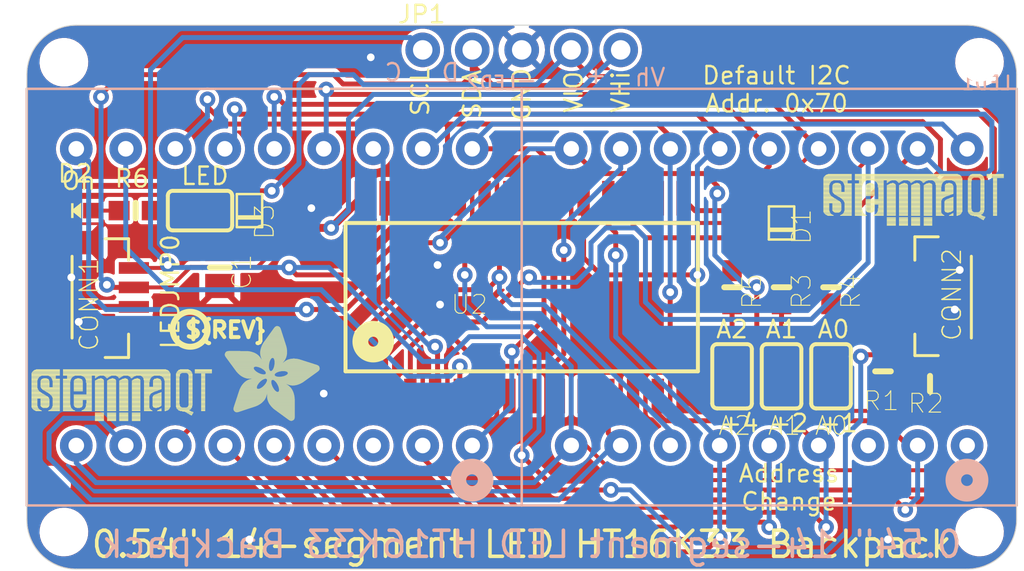
<source format=kicad_pcb>
(kicad_pcb (version 20221018) (generator pcbnew)
  (layers (0 "F.Cu" signal) (1 "In1.Cu" signal) (2 "In2.Cu" signal) (3 "In3.Cu" signal) (4 "In4.Cu" signal) (5 "In5.Cu" signal) (6 "In6.Cu" signal) (7 "In7.Cu" signal) (8 "In8.Cu" signal) (9 "In9.Cu" signal) (10 "In10.Cu" signal) (11 "In11.Cu" signal) (12 "In12.Cu" signal) (13 "In13.Cu" signal) (14 "In14.Cu" signal) (31 "B.Cu" signal) (34 "B.Paste" user) (35 "F.Paste" user) (36 "B.SilkS" user "B.Silkscreen") (37 "F.SilkS" user "F.Silkscreen") (38 "B.Mask" user) (39 "F.Mask" user) (44 "Edge.Cuts" user))
  (net 0 "")
  (net 1 "GND")
  (net 2 "N$19")
  (net 3 "N$20")
  (net 4 "A1")
  (net 5 "COM0")
  (net 6 "N$10")
  (net 7 "N$11")
  (net 8 "N$12")
  (net 9 "N$13")
  (net 10 "N$16")
  (net 11 "A0")
  (net 12 "A2")
  (net 13 "SDA")
  (net 14 "SCL")
  (net 15 "N$1")
  (net 16 "N$7")
  (net 17 "N$4")
  (net 18 "N$5")
  (net 19 "N$6")
  (net 20 "N$8")
  (net 21 "N$9")
  (net 22 "N$14")
  (net 23 "N$15")
  (net 24 "COM1")
  (net 25 "COM2")
  (net 26 "COM3")
  (net 27 "VDDIO")
  (net 28 "N$3")
  (net 29 "N$17")
  (net 30 "V+")
  (footprint "working:STEMMAQT" (layer "F.Cu") (at 123.3551 111.3536)
    (fp_text reference "U$6" hide)
    (fp_text value "" hide)
  )
  (footprint "working:JST_SH4_RA" (layer "F.Cu") (at 126.9111 105.0036 -90)
    (fp_text reference "CONN1")
    (fp_text value "STEMMA_I2C_QTRA" hide)
  )
  (footprint "working:0603-NO" (layer "F.Cu") (at 164.3761 104.4956 -90)
    (fp_text reference "R4")
    (fp_text value "47K")
  )
  (footprint "working:SOD-323F" (layer "F.Cu") (at 161.8361 101.1936 -90)
    (fp_text reference "D1")
    (fp_text value "CUS530")
  )
  (footprint "working:0603-NO" (layer "F.Cu") (at 169.4561 109.4486 180)
    (fp_text reference "R2")
    (fp_text value "10K")
  )
  (footprint "working:SOLDERJUMPER_REFLOW_NOPASTE" (layer "F.Cu") (at 159.2961 109.0676 -90)
    (fp_text reference "A2")
    (fp_text value "" hide)
  )
  (footprint "working:0603-NO" (layer "F.Cu") (at 159.2961 104.4956 -90)
    (fp_text reference "R5")
    (fp_text value "47K")
  )
  (footprint "working:CHIPLED_0603_NOOUTLINE" (layer "F.Cu") (at 125.6411 100.5586 90)
    (fp_text reference "D2")
    (fp_text value "GREEN")
  )
  (footprint "" (layer "F.Cu") (at 125.0061 117.0686)
    (fp_text reference "@HOLE0" hide)
    (fp_text value "")
  )
  (footprint "" (layer "F.Cu") (at 171.9961 117.0686)
    (fp_text reference "@HOLE1" hide)
    (fp_text value "")
  )
  (footprint "working:ADAFRUIT_5MM" (layer "F.Cu") (at 133.2611 111.3536)
    (fp_text reference "U$3" hide)
    (fp_text value "" hide)
  )
  (footprint "working:JST_SH4_RA" (layer "F.Cu") (at 170.0911 105.0036 90)
    (fp_text reference "CONN2")
    (fp_text value "STEMMA_I2C_QTRA" hide)
  )
  (footprint "working:FIDUCIAL_1MM" (layer "F.Cu") (at 167.5511 94.2086)
    (fp_text reference "U$1" hide)
    (fp_text value "FIDUCIAL" hide)
  )
  (footprint "working:FIDUCIAL_1MM" (layer "F.Cu") (at 124.3711 114.6556)
    (fp_text reference "U$2" hide)
    (fp_text value "FIDUCIAL" hide)
  )
  (footprint "working:STEMMAQT" (layer "F.Cu") (at 163.9951 101.3206)
    (fp_text reference "U$7" hide)
    (fp_text value "" hide)
  )
  (footprint "working:SOLDERJUMPER_CLOSEDWIRE" (layer "F.Cu") (at 131.9911 100.5586 180)
    (fp_text reference "LEDJMP0")
    (fp_text value "")
  )
  (footprint "working:SOLDERJUMPER_REFLOW_NOPASTE" (layer "F.Cu") (at 161.8361 109.0676 -90)
    (fp_text reference "A1")
    (fp_text value "" hide)
  )
  (footprint "working:PCBFEAT-REV-040" (layer "F.Cu") (at 131.4831 106.6546)
    (fp_text reference "U$8" hide)
    (fp_text value "" hide)
  )
  (footprint "working:SOLDERJUMPER_REFLOW_NOPASTE" (layer "F.Cu") (at 164.3761 109.0676 -90)
    (fp_text reference "A0")
    (fp_text value "" hide)
  )
  (footprint "working:0603-NO" (layer "F.Cu") (at 161.8361 104.4956 -90)
    (fp_text reference "R3")
    (fp_text value "47K")
  )
  (footprint "" (layer "F.Cu") (at 171.9961 92.9386)
    (fp_text reference "@HOLE3" hide)
    (fp_text value "")
  )
  (footprint "" (layer "F.Cu") (at 125.0061 92.9386)
    (fp_text reference "@HOLE2" hide)
    (fp_text value "")
  )
  (footprint "working:1X05_ROUND_70" (layer "F.Cu") (at 148.5011 92.3036)
    (fp_text reference "JP1")
    (fp_text value "")
  )
  (footprint "working:SOD-323F" (layer "F.Cu") (at 134.5311 100.5586 -90)
    (fp_text reference "D3")
    (fp_text value "CUS530")
  )
  (footprint "working:0603-NO" (layer "F.Cu") (at 167.0431 108.8136 90)
    (fp_text reference "R1")
    (fp_text value "10K")
  )
  (footprint "working:0805-NO" (layer "F.Cu") (at 133.0071 103.4796 -90)
    (fp_text reference "C1")
    (fp_text value "10uF")
  )
  (footprint "working:SOP28_300MIL_SKINNY" (layer "F.Cu") (at 148.5011 105.0036)
    (fp_text reference "U2")
    (fp_text value "HT16K33")
  )
  (footprint "working:0603-NO" (layer "F.Cu") (at 128.6891 100.5586 180)
    (fp_text reference "R6")
    (fp_text value "47K")
  )
  (footprint "working:SEGMENT_STARTBUST_DUAL_KWA-541CBB" (layer "B.Cu") (at 161.2011 105.0036 180)
    (fp_text reference "LED1")
    (fp_text value "")
  )
  (footprint "working:SEGMENT_STARTBUST_DUAL_KWA-541CBB" (layer "B.Cu") (at 135.8011 105.0036 180)
    (fp_text reference "LED2")
    (fp_text value "")
  )
  (gr_line (start 171.3611 91.0336) (end 125.6411 91.0336) (stroke (width 0.05)) (layer "Edge.Cuts"))
  (gr_arc (start 173.9011 116.4336) (mid 173.157151 118.229651) (end 171.3611 118.9736) (stroke (width 0.05)) (layer "Edge.Cuts"))
  (gr_arc (start 125.6411 118.9736) (mid 123.845049 118.229651) (end 123.1011 116.4336) (stroke (width 0.05)) (layer "Edge.Cuts"))
  (gr_arc (start 123.1011 93.5736) (mid 123.845049 91.777549) (end 125.6411 91.0336) (stroke (width 0.05)) (layer "Edge.Cuts"))
  (gr_line (start 123.1011 93.5736) (end 123.1011 116.4336) (stroke (width 0.05)) (layer "Edge.Cuts"))
  (gr_line (start 125.6411 118.9736) (end 171.3611 118.9736) (stroke (width 0.05)) (layer "Edge.Cuts"))
  (gr_arc (start 171.3611 91.0336) (mid 173.157151 91.777549) (end 173.9011 93.5736) (stroke (width 0.05)) (layer "Edge.Cuts"))
  (gr_line (start 173.9011 116.4336) (end 173.9011 93.5736) (stroke (width 0.05)) (layer "Edge.Cuts"))
  (gr_text "0.54\" 14-segment LED HT16K33 Backpack " (at 148.5011 117.7036) (layer "B.SilkS") (effects (font (size 1.34112 1.34112) (thickness 0.18288)) (justify mirror)))
  (gr_text "-" (at 148.1201 93.3196) (layer "B.SilkS") (effects (font (size 0.89408 0.89408) (thickness 0.12192)) (justify right top mirror)))
  (gr_text "Vh" (at 154.2161 93.1926) (layer "B.SilkS") (effects (font (size 0.89408 0.89408) (thickness 0.12192)) (justify right top mirror)))
  (gr_text "+" (at 151.6761 93.0656) (layer "B.SilkS") (effects (font (size 0.89408 0.89408) (thickness 0.12192)) (justify right top mirror)))
  (gr_text "D" (at 144.3101 92.9386) (layer "B.SilkS") (effects (font (size 0.89408 0.89408) (thickness 0.12192)) (justify right top mirror)))
  (gr_text "C" (at 141.3891 92.9386) (layer "B.SilkS") (effects (font (size 0.89408 0.89408) (thickness 0.12192)) (justify right top mirror)))
  (gr_text "+1" (at 164.7571 111.4806) (layer "F.SilkS") (effects (font (size 0.89408 0.89408) (thickness 0.12192))))
  (gr_text "Default I2C\nAddr. 0x70" (at 161.5821 94.3356) (layer "F.SilkS") (effects (font (size 0.89408 0.89408) (thickness 0.12192))))
  (gr_text "On" (at 125.7681 99.0346) (layer "F.SilkS") (effects (font (size 0.89408 0.89408) (thickness 0.12192))))
  (gr_text "+4" (at 159.6771 111.4806) (layer "F.SilkS") (effects (font (size 0.89408 0.89408) (thickness 0.12192))))
  (gr_text "A1" (at 161.8361 106.6546) (layer "F.SilkS") (effects (font (size 0.89408 0.89408) (thickness 0.12192))))
  (gr_text "A0" (at 164.5031 106.6546) (layer "F.SilkS") (effects (font (size 0.89408 0.89408) (thickness 0.12192))))
  (gr_text "GND" (at 148.5011 94.5896 90) (layer "F.SilkS") (effects (font (size 0.89408 0.89408) (thickness 0.12192))))
  (gr_text "VHi" (at 153.5811 94.4626 90) (layer "F.SilkS") (effects (font (size 0.89408 0.89408) (thickness 0.12192))))
  (gr_text "SDA" (at 145.9611 94.5896 90) (layer "F.SilkS") (effects (font (size 0.89408 0.89408) (thickness 0.12192))))
  (gr_text "+2" (at 162.2171 111.4806) (layer "F.SilkS") (effects (font (size 0.89408 0.89408) (thickness 0.12192))))
  (gr_text "0.54\" 14-segment LED HT16K33 Backpack" (at 148.5011 117.7036) (layer "F.SilkS") (effects (font (size 1.34112 1.34112) (thickness 0.18288))))
  (gr_text "LED" (at 132.2451 98.7806) (layer "F.SilkS") (effects (font (size 0.89408 0.89408) (thickness 0.12192))))
  (gr_text "Address\nChange" (at 162.2171 114.7826) (layer "F.SilkS") (effects (font (size 0.89408 0.89408) (thickness 0.12192))))
  (gr_text "A2" (at 159.2961 106.6546) (layer "F.SilkS") (effects (font (size 0.89408 0.89408) (thickness 0.12192))))
  (gr_text "SCL" (at 143.2941 94.4626 90) (layer "F.SilkS") (effects (font (size 0.89408 0.89408) (thickness 0.12192))))
  (gr_text "VIO" (at 151.1681 94.4626 90) (layer "F.SilkS") (effects (font (size 0.89408 0.89408) (thickness 0.12192))))
  (segment (start 140.2461 110.0836) (end 140.2461 109.9566) (width 0.254) (layer "F.Cu") (net 1))
  (segment (start 140.2461 109.9566) (end 138.3411 109.9566) (width 0.254) (layer "F.Cu") (net 1))
  (via (at 125.3871 103.9876) (size 0.8064) (drill 0.4) (layers "F.Cu" "B.Cu") (net 1))
  (via (at 134.5311 117.4496) (size 0.8064) (drill 0.4) (layers "F.Cu" "B.Cu") (net 1))
  (via (at 144.3101 105.3846) (size 0.8064) (drill 0.4) (layers "F.Cu" "B.Cu") (net 1))
  (via (at 137.7061 100.4316) (size 0.8001) (drill 0.3937) (layers "F.Cu" "B.Cu") (net 1))
  (via (at 170.7261 105.6386) (size 0.8064) (drill 0.4) (layers "F.Cu" "B.Cu") (net 1))
  (via (at 167.2971 117.4496) (size 0.8064) (drill 0.4) (layers "F.Cu" "B.Cu") (net 1))
  (via (at 140.7541 92.6846) (size 0.8001) (drill 0.3937) (layers "F.Cu" "B.Cu") (net 1))
  (via (at 138.3411 109.9566) (size 0.8001) (drill 0.3937) (layers "F.Cu" "B.Cu") (net 1))
  (via (at 125.7681 106.2736) (size 0.8064) (drill 0.4) (layers "F.Cu" "B.Cu") (net 1))
  (via (at 144.1831 103.3526) (size 0.8064) (drill 0.4) (layers "F.Cu" "B.Cu") (net 1))
  (via (at 170.9801 103.6066) (size 0.8064) (drill 0.4) (layers "F.Cu" "B.Cu") (net 1))
  (segment (start 161.8361 108.3056) (end 161.8361 105.3456) (width 0.254) (layer "F.Cu") (net 2))
  (segment (start 164.3761 108.3056) (end 164.3761 105.3456) (width 0.254) (layer "F.Cu") (net 3))
  (segment (start 158.539587 99.294088) (end 158.539587 99.675088) (width 0.254) (layer "F.Cu") (net 4))
  (segment (start 144.3101 102.2096) (end 144.4371 102.2096) (width 0.254) (layer "F.Cu") (net 4))
  (segment (start 160.5661 104.4956) (end 160.5661 109.4486) (width 0.254) (layer "F.Cu") (net 4))
  (segment (start 160.9471 109.8296) (end 161.8361 109.8296) (width 0.254) (layer "F.Cu") (net 4))
  (segment (start 151.0411 97.3836) (end 152.3111 98.6536) (width 0.254) (layer "F.Cu") (net 4))
  (segment (start 145.3261 101.3206) (end 144.4371 102.2096) (width 0.254) (layer "F.Cu") (net 4))
  (segment (start 160.5661 109.4486) (end 160.9471 109.8296) (width 0.254) (layer "F.Cu") (net 4))
  (segment (start 145.3261 101.3206) (end 145.3261 99.9236) (width 0.254) (layer "F.Cu") (net 4))
  (segment (start 152.3111 98.6536) (end 157.8991 98.6536) (width 0.254) (layer "F.Cu") (net 4))
  (segment (start 142.9131 102.2096) (end 139.4841 105.6386) (width 0.254) (layer "F.Cu") (net 4))
  (segment (start 158.539587 99.294088) (end 157.8991 98.6536) (width 0.254) (layer "F.Cu") (net 4))
  (segment (start 139.4841 105.6386) (end 137.4521 105.6386) (width 0.254) (layer "F.Cu") (net 4))
  (segment (start 144.3101 102.2096) (end 142.9131 102.2096) (width 0.254) (layer "F.Cu") (net 4))
  (via (at 160.5661 104.4956) (size 0.8064) (drill 0.4) (layers "F.Cu" "B.Cu") (net 4))
  (via (at 137.4521 105.6386) (size 0.8001) (drill 0.3937) (layers "F.Cu" "B.Cu") (net 4))
  (via (at 144.3101 102.2096) (size 0.8001) (drill 0.3937) (layers "F.Cu" "B.Cu") (net 4))
  (via (at 158.539587 99.675088) (size 0.8064) (drill 0.4) (layers "F.Cu" "B.Cu") (net 4))
  (segment (start 151.0411 97.3836) (end 148.8821 97.3836) (width 0.254) (layer "B.Cu") (net 4))
  (segment (start 148.8821 97.3836) (end 144.3101 101.9556) (width 0.254) (layer "B.Cu") (net 4))
  (segment (start 126.2761 98.0186) (end 126.2761 104.7496) (width 0.254) (layer "B.Cu") (net 4))
  (segment (start 127.1651 105.6386) (end 126.2761 104.7496) (width 0.254) (layer "B.Cu") (net 4))
  (segment (start 137.4521 105.6386) (end 127.1651 105.6386) (width 0.254) (layer "B.Cu") (net 4))
  (segment (start 126.2761 98.0186) (end 125.6411 97.3836) (width 0.254) (layer "B.Cu") (net 4))
  (segment (start 160.5661 104.4956) (end 160.0581 104.4956) (width 0.254) (layer "B.Cu") (net 4))
  (segment (start 160.0581 104.4956) (end 158.412587 102.850088) (width 0.254) (layer "B.Cu") (net 4))
  (segment (start 158.412587 99.802088) (end 158.412587 102.850088) (width 0.254) (layer "B.Cu") (net 4))
  (segment (start 144.3101 101.9556) (end 144.3101 102.2096) (width 0.254) (layer "B.Cu") (net 4))
  (segment (start 158.539587 99.675088) (end 158.412587 99.802088) (width 0.254) (layer "B.Cu") (net 4))
  (segment (start 146.4691 106.2736) (end 148.7551 103.9876) (width 0.254) (layer "F.Cu") (net 5))
  (segment (start 141.5161 110.0836) (end 141.5161 108.0516) (width 0.254) (layer "F.Cu") (net 5))
  (segment (start 166.2811 97.3836) (end 166.2811 97.8916) (width 0.2032) (layer "F.Cu") (net 5))
  (segment (start 163.9791 100.1936) (end 161.8361 100.1936) (width 0.2032) (layer "F.Cu") (net 5))
  (segment (start 148.7551 103.9876) (end 148.8821 103.9876) (width 0.254) (layer "F.Cu") (net 5))
  (segment (start 143.2941 106.2736) (end 146.4691 106.2736) (width 0.254) (layer "F.Cu") (net 5))
  (segment (start 141.5161 108.0516) (end 143.2941 106.2736) (width 0.254) (layer "F.Cu") (net 5))
  (segment (start 166.2811 97.8916) (end 163.9791 100.1936) (width 0.2032) (layer "F.Cu") (net 5))
  (via (at 148.8821 103.9876) (size 0.8064) (drill 0.4) (layers "F.Cu" "B.Cu") (net 5))
  (segment (start 163.3601 106.1466) (end 155.7401 106.1466) (width 0.254) (layer "B.Cu") (net 5))
  (segment (start 155.7401 106.1466) (end 154.8511 105.2576) (width 0.254) (layer "B.Cu") (net 5))
  (segment (start 152.0571 102.2096) (end 152.0571 103.4796) (width 0.254) (layer "B.Cu") (net 5))
  (segment (start 151.2951 104.2416) (end 152.0571 103.4796) (width 0.254) (layer "B.Cu") (net 5))
  (segment (start 149.1361 104.2416) (end 151.2951 104.2416) (width 0.254) (layer "B.Cu") (net 5))
  (segment (start 166.2811 97.3836) (end 166.2811 103.2256) (width 0.254) (layer "B.Cu") (net 5))
  (segment (start 154.8511 101.9556) (end 154.3431 101.4476) (width 0.254) (layer "B.Cu") (net 5))
  (segment (start 148.8821 103.9876) (end 149.1361 104.2416) (width 0.254) (layer "B.Cu") (net 5))
  (segment (start 154.3431 101.4476) (end 152.8191 101.4476) (width 0.254) (layer "B.Cu") (net 5))
  (segment (start 166.2811 103.2256) (end 163.3601 106.1466) (width 0.254) (layer "B.Cu") (net 5))
  (segment (start 152.8191 101.4476) (end 152.0571 102.2096) (width 0.254) (layer "B.Cu") (net 5))
  (segment (start 154.8511 105.2576) (end 154.8511 101.9556) (width 0.254) (layer "B.Cu") (net 5))
  (segment (start 147.8661 99.9236) (end 147.8661 101.8286) (width 0.254) (layer "F.Cu") (net 6))
  (segment (start 130.7211 112.4966) (end 130.7211 112.6236) (width 0.254) (layer "F.Cu") (net 6))
  (segment (start 134.9121 108.3056) (end 130.7211 112.4966) (width 0.254) (layer "F.Cu") (net 6))
  (segment (start 142.5321 104.6226) (end 138.8491 108.3056) (width 0.254) (layer "F.Cu") (net 6))
  (segment (start 142.5321 104.6226) (end 146.7231 104.6226) (width 0.254) (layer "F.Cu") (net 6))
  (segment (start 147.8661 101.8286) (end 147.3581 102.3366) (width 0.254) (layer "F.Cu") (net 6))
  (segment (start 147.3581 103.9876) (end 146.7231 104.6226) (width 0.254) (layer "F.Cu") (net 6))
  (segment (start 147.3581 102.3366) (end 147.3581 103.9876) (width 0.254) (layer "F.Cu") (net 6))
  (segment (start 138.8491 108.3056) (end 134.9121 108.3056) (width 0.254) (layer "F.Cu") (net 6))
  (via (at 147.3581 103.9876) (size 0.8001) (drill 0.3937) (layers "F.Cu" "B.Cu") (net 6))
  (segment (start 156.1211 111.8616) (end 149.6441 105.3846) (width 0.254) (layer "B.Cu") (net 6))
  (segment (start 147.9931 105.3846) (end 147.3581 104.7496) (width 0.254) (layer "B.Cu") (net 6))
  (segment (start 156.1211 112.6236) (end 156.1211 111.8616) (width 0.254) (layer "B.Cu") (net 6))
  (segment (start 147.3581 104.7496) (end 147.3581 103.9876) (width 0.254) (layer "B.Cu") (net 6))
  (segment (start 149.6441 105.3846) (end 147.9931 105.3846) (width 0.254) (layer "B.Cu") (net 6))
  (segment (start 155.9941 115.7986) (end 156.8831 114.9096) (width 0.254) (layer "F.Cu") (net 7))
  (segment (start 171.3611 113.7666) (end 171.3611 112.6236) (width 0.254) (layer "F.Cu") (net 7))
  (segment (start 171.3611 113.7666) (end 170.2181 114.9096) (width 0.254) (layer "F.Cu") (net 7))
  (segment (start 149.6441 103.2256) (end 149.6441 106.1466) (width 0.254) (layer "F.Cu") (net 7))
  (segment (start 149.6441 106.1466) (end 147.9931 107.7976) (width 0.254) (layer "F.Cu") (net 7))
  (segment (start 148.2471 115.7986) (end 155.9941 115.7986) (width 0.254) (layer "F.Cu") (net 7))
  (segment (start 149.6441 103.2256) (end 149.1361 102.7176) (width 0.254) (layer "F.Cu") (net 7))
  (segment (start 145.9611 112.6236) (end 145.9611 113.5126) (width 0.254) (layer "F.Cu") (net 7))
  (segment (start 170.2181 114.9096) (end 156.8831 114.9096) (width 0.254) (layer "F.Cu") (net 7))
  (segment (start 148.2471 115.7986) (end 145.9611 113.5126) (width 0.254) (layer "F.Cu") (net 7))
  (segment (start 149.1361 99.9236) (end 149.1361 102.7176) (width 0.254) (layer "F.Cu") (net 7))
  (via (at 147.9931 107.7976) (size 0.8001) (drill 0.3937) (layers "F.Cu" "B.Cu") (net 7))
  (segment (start 147.9931 110.5916) (end 145.9611 112.6236) (width 0.254) (layer "B.Cu") (net 7))
  (segment (start 147.9931 107.7976) (end 147.9931 110.5916) (width 0.254) (layer "B.Cu") (net 7))
  (segment (start 150.4061 98.5266) (end 150.4061 99.9236) (width 0.254) (layer "F.Cu") (net 8))
  (segment (start 145.9611 97.3836) (end 149.2631 97.3836) (width 0.254) (layer "F.Cu") (net 8))
  (segment (start 149.2631 97.3836) (end 150.4061 98.5266) (width 0.254) (layer "F.Cu") (net 8))
  (segment (start 171.3611 97.3836) (end 170.0911 96.1136) (width 0.254) (layer "B.Cu") (net 8))
  (segment (start 145.9611 97.1296) (end 145.9611 97.3836) (width 0.254) (layer "B.Cu") (net 8))
  (segment (start 170.0911 96.1136) (end 146.9771 96.1136) (width 0.254) (layer "B.Cu") (net 8))
  (segment (start 146.9771 96.1136) (end 145.9611 97.1296) (width 0.254) (layer "B.Cu") (net 8))
  (segment (start 157.5181 95.6056) (end 158.6611 96.7486) (width 0.254) (layer "F.Cu") (net 9))
  (segment (start 158.6611 96.7486) (end 158.6611 97.3836) (width 0.254) (layer "F.Cu") (net 9))
  (segment (start 134.0231 95.6056) (end 157.5181 95.6056) (width 0.254) (layer "F.Cu") (net 9))
  (segment (start 133.7691 95.3516) (end 134.0231 95.6056) (width 0.254) (layer "F.Cu") (net 9))
  (segment (start 151.6761 102.9716) (end 151.6761 99.9236) (width 0.254) (layer "F.Cu") (net 9))
  (segment (start 157.5181 103.8606) (end 152.5651 103.8606) (width 0.254) (layer "F.Cu") (net 9))
  (segment (start 152.5651 103.8606) (end 151.6761 102.9716) (width 0.254) (layer "F.Cu") (net 9))
  (via (at 133.7691 95.3516) (size 0.8001) (drill 0.3937) (layers "F.Cu" "B.Cu") (net 9))
  (via (at 157.5181 103.8606) (size 0.8001) (drill 0.3937) (layers "F.Cu" "B.Cu") (net 9))
  (segment (start 133.7691 95.3516) (end 133.7691 96.8756) (width 0.254) (layer "B.Cu") (net 9))
  (segment (start 158.4071 97.3836) (end 157.5181 98.2726) (width 0.254) (layer "B.Cu") (net 9))
  (segment (start 157.5181 98.2726) (end 157.5181 103.8606) (width 0.254) (layer "B.Cu") (net 9))
  (segment (start 158.6611 97.3836) (end 158.4071 97.3836) (width 0.254) (layer "B.Cu") (net 9))
  (segment (start 133.2611 97.3836) (end 133.7691 96.8756) (width 0.254) (layer "B.Cu") (net 9))
  (segment (start 157.8991 118.0846) (end 138.7221 118.0846) (width 0.254) (layer "F.Cu") (net 10))
  (segment (start 158.6611 117.3226) (end 157.8991 118.0846) (width 0.254) (layer "F.Cu") (net 10))
  (segment (start 153.3271 101.7016) (end 152.9461 101.3206) (width 0.254) (layer "F.Cu") (net 10))
  (segment (start 153.3271 101.7016) (end 153.3271 102.8446) (width 0.254) (layer "F.Cu") (net 10))
  (segment (start 152.9461 101.3206) (end 152.9461 99.9236) (width 0.254) (layer "F.Cu") (net 10))
  (segment (start 133.2611 112.6236) (end 138.7221 118.0846) (width 0.254) (layer "F.Cu") (net 10))
  (via (at 158.6611 117.3226) (size 0.8001) (drill 0.3937) (layers "F.Cu" "B.Cu") (net 10))
  (via (at 153.3271 102.8446) (size 0.8001) (drill 0.3937) (layers "F.Cu" "B.Cu") (net 10))
  (segment (start 158.6611 117.3226) (end 158.6611 112.6236) (width 0.254) (layer "B.Cu") (net 10))
  (segment (start 153.3271 102.8446) (end 153.3271 107.0356) (width 0.254) (layer "B.Cu") (net 10))
  (segment (start 158.6611 112.3696) (end 153.3271 107.0356) (width 0.254) (layer "B.Cu") (net 10))
  (segment (start 158.6611 112.6236) (end 158.6611 112.3696) (width 0.254) (layer "B.Cu") (net 10))
  (segment (start 169.7101 113.8936) (end 170.0911 113.5126) (width 0.2032) (layer "F.Cu") (net 11))
  (segment (start 170.0911 113.5126) (end 170.0911 112.1156) (width 0.2032) (layer "F.Cu") (net 11))
  (segment (start 170.0911 112.1156) (end 169.2021 111.2266) (width 0.2032) (layer "F.Cu") (net 11))
  (segment (start 146.5961 101.3206) (end 145.5801 102.3366) (width 0.254) (layer "F.Cu") (net 11))
  (segment (start 146.5961 99.9236) (end 146.5961 101.3206) (width 0.254) (layer "F.Cu") (net 11))
  (segment (start 151.0411 112.6236) (end 151.8031 112.6236) (width 0.2032) (layer "F.Cu") (net 11))
  (segment (start 153.5811 114.4016) (end 161.4551 114.4016) (width 0.2032) (layer "F.Cu") (net 11))
  (segment (start 161.4551 114.4016) (end 161.9631 113.8936) (width 0.2032) (layer "F.Cu") (net 11))
  (segment (start 165.3921 110.8456) (end 167.614437 110.8456) (width 0.2032) (layer "F.Cu") (net 11))
  (segment (start 153.5811 114.4016) (end 151.8031 112.6236) (width 0.2032) (layer "F.Cu") (net 11))
  (segment (start 145.5801 103.8606) (end 145.5801 102.3366) (width 0.254) (layer "F.Cu") (net 11))
  (segment (start 161.9631 113.8936) (end 169.7101 113.8936) (width 0.2032) (layer "F.Cu") (net 11))
  (segment (start 167.995437 111.2266) (end 169.2021 111.2266) (width 0.2032) (layer "F.Cu") (net 11))
  (segment (start 167.614437 110.8456) (end 167.995437 111.2266) (width 0.2032) (layer "F.Cu") (net 11))
  (segment (start 164.3761 109.8296) (end 165.3921 110.8456) (width 0.2032) (layer "F.Cu") (net 11))
  (via (at 145.5801 103.8606) (size 0.8001) (drill 0.3937) (layers "F.Cu" "B.Cu") (net 11))
  (segment (start 125.6411 113.5126) (end 125.6411 112.6236) (width 0.254) (layer "B.Cu") (net 11))
  (segment (start 145.5801 105.3846) (end 145.5801 103.8606) (width 0.254) (layer "B.Cu") (net 11))
  (segment (start 151.0411 108.5596) (end 149.0091 106.5276) (width 0.254) (layer "B.Cu") (net 11))
  (segment (start 149.1361 114.5286) (end 126.6571 114.5286) (width 0.254) (layer "B.Cu") (net 11))
  (segment (start 151.0411 112.6236) (end 149.1361 114.5286) (width 0.254) (layer "B.Cu") (net 11))
  (segment (start 126.6571 114.5286) (end 125.6411 113.5126) (width 0.254) (layer "B.Cu") (net 11))
  (segment (start 149.0091 106.5276) (end 146.7231 106.5276) (width 0.254) (layer "B.Cu") (net 11))
  (segment (start 146.7231 106.5276) (end 145.5801 105.3846) (width 0.254) (layer "B.Cu") (net 11))
  (segment (start 151.0411 112.6236) (end 151.0411 108.5596) (width 0.254) (layer "B.Cu") (net 11))
  (segment (start 144.0561 98.6536) (end 144.6911 98.0186) (width 0.254) (layer "F.Cu") (net 12))
  (segment (start 158.968825 109.8296) (end 156.1211 106.981875) (width 0.254) (layer "F.Cu") (net 12))
  (segment (start 133.2611 96.1136) (end 132.3721 95.2246) (width 0.254) (layer "F.Cu") (net 12))
  (segment (start 132.3721 94.8436) (end 132.3721 95.2246) (width 0.254) (layer "F.Cu") (net 12))
  (segment (start 159.2961 109.8296) (end 158.968825 109.8296) (width 0.254) (layer "F.Cu") (net 12))
  (segment (start 144.6911 98.0186) (end 144.6911 96.1136) (width 0.254) (layer "F.Cu") (net 12))
  (segment (start 144.6911 96.1136) (end 155.4861 96.1136) (width 0.254) (layer "F.Cu") (net 12))
  (segment (start 156.1211 106.981875) (end 156.1211 104.7496) (width 0.254) (layer "F.Cu") (net 12))
  (segment (start 133.2611 96.1136) (end 144.6911 96.1136) (width 0.254) (layer "F.Cu") (net 12))
  (segment (start 144.0561 99.9236) (end 144.0561 98.6536) (width 0.254) (layer "F.Cu") (net 12))
  (segment (start 155.4861 96.1136) (end 156.1211 96.7486) (width 0.254) (layer "F.Cu") (net 12))
  (segment (start 156.1211 96.7486) (end 156.1211 97.3836) (width 0.254) (layer "F.Cu") (net 12))
  (via (at 132.3721 94.8436) (size 0.8001) (drill 0.3937) (layers "F.Cu" "B.Cu") (net 12))
  (via (at 156.1211 104.7496) (size 0.8064) (drill 0.4) (layers "F.Cu" "B.Cu") (net 12))
  (segment (start 130.7211 97.3836) (end 132.3721 95.7326) (width 0.254) (layer "B.Cu") (net 12))
  (segment (start 156.1211 104.7496) (end 156.1211 97.3836) (width 0.254) (layer "B.Cu") (net 12))
  (segment (start 132.3721 94.8436) (end 132.3721 95.7326) (width 0.254) (layer "B.Cu") (net 12))
  (segment (start 161.136481 94.1324) (end 147.0279 94.1324) (width 0.254) (layer "F.Cu") (net 13))
  (segment (start 139.3317 94.0562) (end 138.8491 93.5736) (width 0.254) (layer "F.Cu") (net 13))
  (segment (start 166.7891 101.7016) (end 166.7891 105.1306) (width 0.254) (layer "F.Cu") (net 13))
  (segment (start 134.9373 103.4544) (end 135.74395 102.64775) (width 0.2032) (layer "F.Cu") (net 13))
  (segment (start 135.74395 102.64775) (end 139.93495 102.64775) (width 0.254) (layer "F.Cu") (net 13))
  (segment (start 131.5083 103.4544) (end 134.9373 103.4544) (width 0.2032) (layer "F.Cu") (net 13))
  (segment (start 145.8341 92.9386) (end 145.8341 92.4306) (width 0.254) (layer "F.Cu") (net 13))
  (segment (start 169.9895 96.899632) (end 169.9895 98.5012) (width 0.254) (layer "F.Cu") (net 13))
  (segment (start 139.93495 102.64775) (end 141.5161 101.0666) (width 0.254) (layer "F.Cu") (net 13))
  (segment (start 126.9111 94.7166) (end 126.9111 94.5896) (width 0.254) (layer "F.Cu") (net 13))
  (segment (start 128.5971 104.5036) (end 127.3477 104.5036) (width 0.254) (layer "F.Cu") (net 13))
  (segment (start 147.0279 94.1324) (end 145.8341 92.9386) (width 0.254) (layer "F.Cu") (net 13))
  (segment (start 168.6061 109.4486) (end 168.6061 108.1396) (width 0.254) (layer "F.Cu") (net 13))
  (segment (start 145.9611 92.3036) (end 145.9611 93.5736) (width 0.254) (layer "F.Cu") (net 13))
  (segment (start 130.4591 104.5036) (end 131.5083 103.4544) (width 0.2032) (layer "F.Cu") (net 13))
  (segment (start 169.0671 105.5036) (end 168.4051 105.5036) (width 0.254) (layer "F.Cu") (net 13))
  (segment (start 141.5161 101.0666) (end 141.5161 99.9236) (width 0.254) (layer "F.Cu") (net 13))
  (segment (start 145.9611 92.3036) (end 145.8341 92.4306) (width 0.254) (layer "F.Cu") (net 13))
  (segment (start 167.1621 105.5036) (end 168.4051 105.5036) (width 0.254) (layer "F.Cu") (net 13))
  (segment (start 166.7891 105.1306) (end 167.1621 105.5036) (width 0.254) (layer "F.Cu") (net 13))
  (segment (start 138.8491 93.5736) (end 127.9271 93.5736) (width 0.254) (layer "F.Cu") (net 13))
  (segment (start 128.5971 104.5036) (end 130.4591 104.5036) (width 0.2032) (layer "F.Cu") (net 13))
  (segment (start 168.6061 108.1396) (end 169.7101 107.0356) (width 0.254) (layer "F.Cu") (net 13))
  (segment (start 145.9611 93.5736) (end 145.4785 94.0562) (width 0.254) (layer "F.Cu") (net 13))
  (segment (start 162.990681 95.9866) (end 169.076468 95.9866) (width 0.254) (layer "F.Cu") (net 13))
  (segment (start 169.9895 98.5012) (end 166.7891 101.7016) (width 0.254) (layer "F.Cu") (net 13))
  (segment (start 169.076468 95.9866) (end 169.9895 96.899632) (width 0.254) (layer "F.Cu") (net 13))
  (segment (start 126.9111 94.5896) (end 127.9271 93.5736) (width 0.254) (layer "F.Cu") (net 13))
  (segment (start 169.7101 106.1466) (end 169.0671 105.5036) (width 0.254) (layer "F.Cu") (net 13))
  (segment (start 145.4785 94.0562) (end 139.3317 94.0562) (width 0.254) (layer "F.Cu") (net 13))
  (segment (start 169.7101 107.0356) (end 169.7101 106.1466) (width 0.254) (layer "F.Cu") (net 13))
  (segment (start 127.3477 104.5036) (end 127.2127 104.3686) (width 0.254) (layer "F.Cu") (net 13))
  (segment (start 161.136481 94.1324) (end 162.990681 95.9866) (width 0.254) (layer "F.Cu") (net 13))
  (via (at 127.2127 104.3686) (size 0.8064) (drill 0.4) (layers "F.Cu" "B.Cu") (net 13))
  (via (at 126.9111 94.7166) (size 0.8064) (drill 0.4) (layers "F.Cu" "B.Cu") (net 13))
  (segment (start 126.9111 104.067) (end 126.9111 94.7166) (width 0.254) (layer "B.Cu") (net 13))
  (segment (start 127.2127 104.3686) (end 126.9111 104.067) (width 0.254) (layer "B.Cu") (net 13))
  (segment (start 130.1891 103.5036) (end 130.3401 103.3526) (width 0.2032) (layer "F.Cu") (net 14))
  (segment (start 142.7861 101.4476) (end 142.7861 99.9236) (width 0.254) (layer "F.Cu") (net 14))
  (segment (start 136.9441 103.8606) (end 140.3731 103.8606) (width 0.254) (layer "F.Cu") (net 14))
  (segment (start 150.2791 114.9096) (end 153.0731 114.9096) (width 0.254) (layer "F.Cu") (net 14))
  (segment (start 168.4051 106.6016) (end 168.4051 106.5036) (width 0.254) (layer "F.Cu") (net 14))
  (segment (start 136.5631 103.4796) (end 136.9441 103.8606) (width 0.254) (layer "F.Cu") (net 14))
  (segment (start 167.0431 107.9636) (end 165.9881 107.9636) (width 0.254) (layer "F.Cu") (net 14))
  (segment (start 140.3731 103.8606) (end 142.7861 101.4476) (width 0.254) (layer "F.Cu") (net 14))
  (segment (start 153.0731 114.9096) (end 153.080465 114.902234) (width 0.254) (layer "F.Cu") (net 14))
  (segment (start 167.0431 107.9636) (end 168.4051 106.6016) (width 0.254) (layer "F.Cu") (net 14))
  (segment (start 165.9881 107.9636) (end 165.9001 108.0516) (width 0.254) (layer "F.Cu") (net 14))
  (segment (start 148.5011 113.1316) (end 150.2791 114.9096) (width 0.254) (layer "F.Cu") (net 14))
  (segment (start 128.5971 103.5036) (end 130.1891 103.5036) (width 0.2032) (layer "F.Cu") (net 14))
  (via (at 148.5011 113.1316) (size 0.8064) (drill 0.4) (layers "F.Cu" "B.Cu") (net 14))
  (via (at 153.080465 114.902234) (size 0.8064) (drill 0.4) (layers "F.Cu" "B.Cu") (net 14))
  (via (at 130.3401 103.3526) (size 0.8064) (drill 0.4) (layers "F.Cu" "B.Cu") (net 14))
  (via (at 136.5631 103.4796) (size 0.8001) (drill 0.3937) (layers "F.Cu" "B.Cu") (net 14))
  (via (at 165.9001 108.0516) (size 0.8064) (drill 0.4) (layers "F.Cu" "B.Cu") (net 14))
  (segment (start 148.5011 107.0356) (end 149.3901 107.9246) (width 0.254) (layer "B.Cu") (net 14))
  (segment (start 145.817369 107.0356) (end 148.5011 107.0356) (width 0.254) (layer "B.Cu") (net 14))
  (segment (start 157.2641 118.0846) (end 154.081734 114.902234) (width 0.254) (layer "B.Cu") (net 14))
  (segment (start 130.4036 103.4161) (end 130.3401 103.3526) (width 0.254) (layer "B.Cu") (net 14))
  (segment (start 129.4511 100.8126) (end 129.4511 102.4636) (width 0.254) (layer "B.Cu") (net 14))
  (segment (start 149.3901 111.8616) (end 148.5011 112.7506) (width 0.254) (layer "B.Cu") (net 14))
  (segment (start 143.432682 108.3056) (end 144.547369 108.3056) (width 0.254) (layer "B.Cu") (net 14))
  (segment (start 131.1021 91.6686) (end 129.4511 93.3196) (width 0.254) (layer "B.Cu") (net 14))
  (segment (start 165.1127 112.139631) (end 165.1127 117.094) (width 0.254) (layer "B.Cu") (net 14))
  (segment (start 153.080465 114.902234) (end 154.081734 114.902234) (width 0.254) (layer "B.Cu") (net 14))
  (segment (start 149.3901 107.9246) (end 149.3901 111.8616) (width 0.254) (layer "B.Cu") (net 14))
  (segment (start 130.4671 103.4796) (end 130.4036 103.4161) (width 0.254) (layer "B.Cu") (net 14))
  (segment (start 143.4211 92.3036) (end 142.7861 91.6686) (width 0.254) (layer "B.Cu") (net 14))
  (segment (start 148.5011 112.7506) (end 148.5011 113.1316) (width 0.254) (layer "B.Cu") (net 14))
  (segment (start 165.9001 111.352231) (end 165.1127 112.139631) (width 0.254) (layer "B.Cu") (net 14))
  (segment (start 164.1221 118.0846) (end 157.2641 118.0846) (width 0.254) (layer "B.Cu") (net 14))
  (segment (start 144.547369 108.3056) (end 145.817369 107.0356) (width 0.254) (layer "B.Cu") (net 14))
  (segment (start 138.606682 103.4796) (end 143.432682 108.3056) (width 0.254) (layer "B.Cu") (net 14))
  (segment (start 136.5631 103.4796) (end 138.606682 103.4796) (width 0.254) (layer "B.Cu") (net 14))
  (segment (start 165.9001 108.0516) (end 165.9001 111.352231) (width 0.254) (layer "B.Cu") (net 14))
  (segment (start 129.4511 102.4636) (end 130.3401 103.3526) (width 0.254) (layer "B.Cu") (net 14))
  (segment (start 129.4511 93.3196) (end 129.4511 100.8126) (width 0.254) (layer "B.Cu") (net 14))
  (segment (start 132.1181 103.4796) (end 130.4671 103.4796) (width 0.254) (layer "B.Cu") (net 14))
  (segment (start 132.1181 103.4796) (end 136.5631 103.4796) (width 0.254) (layer "B.Cu") (net 14))
  (segment (start 142.7861 91.6686) (end 131.1021 91.6686) (width 0.254) (layer "B.Cu") (net 14))
  (segment (start 165.1127 117.094) (end 164.1221 118.0846) (width 0.254) (layer "B.Cu") (net 14))
  (segment (start 161.8361 103.6456) (end 164.3761 103.6456) (width 0.254) (layer "F.Cu") (net 15))
  (segment (start 159.2961 103.6456) (end 161.8361 103.6456) (width 0.254) (layer "F.Cu") (net 15))
  (segment (start 161.8361 102.1936) (end 161.8361 103.6456) (width 0.2032) (layer "F.Cu") (net 15))
  (segment (start 159.2961 108.3056) (end 159.2961 105.3456) (width 0.254) (layer "F.Cu") (net 16))
  (segment (start 160.1851 101.9556) (end 161.0741 101.0666) (width 0.254) (layer "F.Cu") (net 17))
  (segment (start 165.1381 101.0666) (end 168.8211 97.3836) (width 0.254) (layer "F.Cu") (net 17))
  (segment (start 154.8511 101.9556) (end 160.1851 101.9556) (width 0.254) (layer "F.Cu") (net 17))
  (segment (start 154.2161 101.3206) (end 154.8511 101.9556) (width 0.254) (layer "F.Cu") (net 17))
  (segment (start 154.2161 99.9236) (end 154.2161 101.3206) (width 0.254) (layer "F.Cu") (net 17))
  (segment (start 161.0741 101.0666) (end 165.1381 101.0666) (width 0.254) (layer "F.Cu") (net 17))
  (segment (start 172.6311 95.9866) (end 172.2501 95.6056) (width 0.254) (layer "B.Cu") (net 17))
  (segment (start 172.2501 95.6056) (end 145.5801 95.6056) (width 0.254) (layer "B.Cu") (net 17))
  (segment (start 145.5801 95.6056) (end 143.8021 97.3836) (width 0.254) (layer "B.Cu") (net 17))
  (segment (start 168.8211 97.3836) (end 170.0911 98.6536) (width 0.254) (layer "B.Cu") (net 17))
  (segment (start 172.3771 98.6536) (end 172.6311 98.3996) (width 0.254) (layer "B.Cu") (net 17))
  (segment (start 172.6311 98.3996) (end 172.6311 95.9866) (width 0.254) (layer "B.Cu") (net 17))
  (segment (start 143.8021 97.3836) (end 143.4211 97.3836) (width 0.254) (layer "B.Cu") (net 17))
  (segment (start 170.0911 98.6536) (end 172.3771 98.6536) (width 0.254) (layer "B.Cu") (net 17))
  (segment (start 163.6776 97.3201) (end 160.9471 94.5896) (width 0.254) (layer "F.Cu") (net 18))
  (segment (start 162.2171 98.7806) (end 163.6776 97.3201) (width 0.2032) (layer "F.Cu") (net 18))
  (segment (start 138.7221 94.5896) (end 138.4681 94.3356) (width 0.254) (layer "F.Cu") (net 18))
  (segment (start 160.9471 94.5896) (end 138.7221 94.5896) (width 0.254) (layer "F.Cu") (net 18))
  (segment (start 155.4861 100.9396) (end 155.7401 101.1936) (width 0.2032) (layer "F.Cu") (net 18))
  (segment (start 161.3281 98.7806) (end 162.2171 98.7806) (width 0.2032) (layer "F.Cu") (net 18))
  (segment (start 163.7411 97.3836) (end 163.6776 97.3201) (width 0.254) (layer "F.Cu") (net 18))
  (segment (start 155.4861 99.9236) (end 155.4861 100.9396) (width 0.2032) (layer "F.Cu") (net 18))
  (segment (start 158.9151 101.1936) (end 161.3281 98.7806) (width 0.2032) (layer "F.Cu") (net 18))
  (segment (start 155.7401 101.1936) (end 158.9151 101.1936) (width 0.2032) (layer "F.Cu") (net 18))
  (via (at 138.4681 94.3356) (size 0.8001) (drill 0.3937) (layers "F.Cu" "B.Cu") (net 18))
  (segment (start 138.4681 94.3356) (end 138.4681 97.2566) (width 0.254) (layer "B.Cu") (net 18))
  (segment (start 138.4681 97.2566) (end 138.3411 97.3836) (width 0.254) (layer "B.Cu") (net 18))
  (segment (start 161.2011 97.3836) (end 158.9151 95.0976) (width 0.254) (layer "F.Cu") (net 19))
  (segment (start 135.9281 94.7166) (end 135.8011 94.7166) (width 0.254) (layer "F.Cu") (net 19))
  (segment (start 158.9151 95.0976) (end 136.3091 95.0976) (width 0.254) (layer "F.Cu") (net 19))
  (segment (start 161.2011 98.2726) (end 158.9151 100.5586) (width 0.254) (layer "F.Cu") (net 19))
  (segment (start 161.2011 98.2726) (end 161.2011 97.3836) (width 0.254) (layer "F.Cu") (net 19))
  (segment (start 158.9151 100.5586) (end 157.3911 100.5586) (width 0.254) (layer "F.Cu") (net 19))
  (segment (start 136.3091 95.0976) (end 135.9281 94.7166) (width 0.254) (layer "F.Cu") (net 19))
  (segment (start 156.7561 99.9236) (end 157.3911 100.5586) (width 0.254) (layer "F.Cu") (net 19))
  (via (at 135.8011 94.7166) (size 0.8001) (drill 0.3937) (layers "F.Cu" "B.Cu") (net 19))
  (segment (start 135.8011 94.7166) (end 135.8011 97.3836) (width 0.254) (layer "B.Cu") (net 19))
  (segment (start 168.3131 112.6236) (end 167.0431 111.3536) (width 0.254) (layer "F.Cu") (net 20))
  (segment (start 168.1861 115.9256) (end 167.6781 115.4176) (width 0.254) (layer "F.Cu") (net 20))
  (segment (start 167.0431 111.3536) (end 163.6141 111.3536) (width 0.254) (layer "F.Cu") (net 20))
  (segment (start 156.2481 116.3066) (end 146.4691 116.3066) (width 0.254) (layer "F.Cu") (net 20))
  (segment (start 156.7561 110.0836) (end 157.5689 110.8964) (width 0.254) (layer "F.Cu") (net 20))
  (segment (start 143.4211 112.6236) (end 143.4211 113.2586) (width 0.254) (layer "F.Cu") (net 20))
  (segment (start 168.3131 112.6236) (end 168.8211 112.6236) (width 0.254) (layer "F.Cu") (net 20))
  (segment (start 167.6781 115.4176) (end 157.1371 115.4176) (width 0.254) (layer "F.Cu") (net 20))
  (segment (start 157.1371 115.4176) (end 156.2481 116.3066) (width 0.254) (layer "F.Cu") (net 20))
  (segment (start 163.6141 111.3536) (end 163.1569 110.8964) (width 0.254) (layer "F.Cu") (net 20))
  (segment (start 146.4691 116.3066) (end 143.4211 113.2586) (width 0.254) (layer "F.Cu") (net 20))
  (segment (start 157.5689 110.8964) (end 163.1569 110.8964) (width 0.254) (layer "F.Cu") (net 20))
  (via (at 168.1861 115.9256) (size 0.8001) (drill 0.3937) (layers "F.Cu" "B.Cu") (net 20))
  (segment (start 168.8211 115.2906) (end 168.8211 112.6236) (width 0.254) (layer "B.Cu") (net 20))
  (segment (start 168.8211 115.2906) (end 168.1861 115.9256) (width 0.254) (layer "B.Cu") (net 20))
  (segment (start 155.4861 110.9726) (end 155.8671 111.3536) (width 0.254) (layer "F.Cu") (net 21))
  (segment (start 164.1221 116.8146) (end 163.3601 116.0526) (width 0.254) (layer "F.Cu") (net 21))
  (segment (start 157.7721 116.0526) (end 157.0101 116.8146) (width 0.254) (layer "F.Cu") (net 21))
  (segment (start 155.8671 111.3536) (end 162.4711 111.3536) (width 0.254) (layer "F.Cu") (net 21))
  (segment (start 138.3411 112.6236) (end 142.5321 116.8146) (width 0.254) (layer "F.Cu") (net 21))
  (segment (start 155.4861 110.0836) (end 155.4861 110.9726) (width 0.254) (layer "F.Cu") (net 21))
  (segment (start 162.4711 111.3536) (end 163.7411 112.6236) (width 0.254) (layer "F.Cu") (net 21))
  (segment (start 157.0101 116.8146) (end 142.5321 116.8146) (width 0.254) (layer "F.Cu") (net 21))
  (segment (start 163.3601 116.0526) (end 157.7721 116.0526) (width 0.254) (layer "F.Cu") (net 21))
  (via (at 164.1221 116.8146) (size 0.8001) (drill 0.3937) (layers "F.Cu" "B.Cu") (net 21))
  (segment (start 164.1221 113.0046) (end 163.7411 112.6236) (width 0.254) (layer "B.Cu") (net 21))
  (segment (start 164.1221 113.0046) (end 164.1221 116.8146) (width 0.254) (layer "B.Cu") (net 21))
  (segment (start 161.2011 113.7666) (end 161.2011 112.6236) (width 0.254) (layer "F.Cu") (net 22))
  (segment (start 161.2011 116.8146) (end 160.9471 116.5606) (width 0.254) (layer "F.Cu") (net 22))
  (segment (start 154.8257 113.488568) (end 155.230731 113.8936) (width 0.254) (layer "F.Cu") (net 22))
  (segment (start 160.9471 116.5606) (end 158.1531 116.5606) (width 0.254) (layer "F.Cu") (net 22))
  (segment (start 158.1531 116.5606) (end 157.2641 117.4496) (width 0.254) (layer "F.Cu") (net 22))
  (segment (start 155.230731 113.8936) (end 161.0741 113.8936) (width 0.254) (layer "F.Cu") (net 22))
  (segment (start 135.8011 112.6236) (end 140.6271 117.4496) (width 0.254) (layer "F.Cu") (net 22))
  (segment (start 161.2011 113.7666) (end 161.0741 113.8936) (width 0.254) (layer "F.Cu") (net 22))
  (segment (start 157.2641 117.4496) (end 140.6271 117.4496) (width 0.254) (layer "F.Cu") (net 22))
  (segment (start 154.8257 111.9632) (end 154.8257 113.488568) (width 0.254) (layer "F.Cu") (net 22))
  (segment (start 154.2161 110.0836) (end 154.2161 111.3536) (width 0.254) (layer "F.Cu") (net 22))
  (segment (start 154.2161 111.3536) (end 154.8257 111.9632) (width 0.254) (layer "F.Cu") (net 22))
  (via (at 161.2011 116.8146) (size 0.8001) (drill 0.3937) (layers "F.Cu" "B.Cu") (net 22))
  (segment (start 161.2011 116.8146) (end 161.2011 112.6236) (width 0.254) (layer "B.Cu") (net 22))
  (segment (start 152.9461 110.0836) (end 152.9461 111.9886) (width 0.254) (layer "F.Cu") (net 23))
  (segment (start 152.9461 111.9886) (end 153.5811 112.6236) (width 0.254) (layer "F.Cu") (net 23))
  (segment (start 128.1811 112.6236) (end 126.7841 111.2266) (width 0.254) (layer "B.Cu") (net 23))
  (segment (start 126.4031 115.4176) (end 150.4061 115.4176) (width 0.254) (layer "B.Cu") (net 23))
  (segment (start 125.0061 111.2266) (end 124.2441 111.9886) (width 0.254) (layer "B.Cu") (net 23))
  (segment (start 126.7841 111.2266) (end 125.0061 111.2266) (width 0.254) (layer "B.Cu") (net 23))
  (segment (start 153.2001 112.6236) (end 150.4061 115.4176) (width 0.254) (layer "B.Cu") (net 23))
  (segment (start 153.5811 112.6236) (end 153.2001 112.6236) (width 0.254) (layer "B.Cu") (net 23))
  (segment (start 124.2441 113.2586) (end 126.4031 115.4176) (width 0.254) (layer "B.Cu") (net 23))
  (segment (start 124.2441 111.9886) (end 124.2441 113.2586) (width 0.254) (layer "B.Cu") (net 23))
  (segment (start 150.0251 108.5596) (end 150.6601 107.9246) (width 0.254) (layer "F.Cu") (net 24))
  (segment (start 144.705213 106.795712) (end 146.4691 108.5596) (width 0.254) (layer "F.Cu") (net 24))
  (segment (start 143.5481 106.795712) (end 142.7861 107.557712) (width 0.254) (layer "F.Cu") (net 24))
  (segment (start 150.6601 107.9246) (end 150.6601 102.5906) (width 0.254) (layer "F.Cu") (net 24))
  (segment (start 146.4691 108.5596) (end 150.0251 108.5596) (width 0.254) (layer "F.Cu") (net 24))
  (segment (start 143.5481 106.795712) (end 144.705213 106.795712) (width 0.254) (layer "F.Cu") (net 24))
  (segment (start 142.7861 110.0836) (end 142.7861 107.557712) (width 0.254) (layer "F.Cu") (net 24))
  (via (at 150.6601 102.5906) (size 0.8001) (drill 0.3937) (layers "F.Cu" "B.Cu") (net 24))
  (segment (start 150.6601 101.3206) (end 153.5811 98.3996) (width 0.254) (layer "B.Cu") (net 24))
  (segment (start 153.5811 98.3996) (end 153.5811 97.3836) (width 0.254) (layer "B.Cu") (net 24))
  (segment (start 150.6601 102.5906) (end 150.6601 101.3206) (width 0.254) (layer "B.Cu") (net 24))
  (segment (start 144.1831 107.7976) (end 144.0561 107.6706) (width 0.254) (layer "F.Cu") (net 25))
  (segment (start 144.0561 107.6706) (end 144.0561 107.5436) (width 0.254) (layer "F.Cu") (net 25))
  (segment (start 144.0561 110.0836) (end 144.1831 109.9566) (width 0.254) (layer "F.Cu") (net 25))
  (segment (start 144.1831 107.7976) (end 144.1831 109.9566) (width 0.254) (layer "F.Cu") (net 25))
  (via (at 144.0561 107.5436) (size 0.8001) (drill 0.3937) (layers "F.Cu" "B.Cu") (net 25))
  (segment (start 141.0081 97.3836) (end 140.8811 97.3836) (width 0.254) (layer "B.Cu") (net 25))
  (segment (start 141.3891 105.1306) (end 141.3891 97.7646) (width 0.254) (layer "B.Cu") (net 25))
  (segment (start 143.8021 107.5436) (end 141.3891 105.1306) (width 0.254) (layer "B.Cu") (net 25))
  (segment (start 144.0561 107.5436) (end 143.8021 107.5436) (width 0.254) (layer "B.Cu") (net 25))
  (segment (start 141.3891 97.7646) (end 141.0081 97.3836) (width 0.254) (layer "B.Cu") (net 25))
  (segment (start 145.3261 108.5596) (end 145.3261 110.0836) (width 0.254) (layer "F.Cu") (net 26))
  (via (at 145.3261 108.5596) (size 0.8001) (drill 0.3937) (layers "F.Cu" "B.Cu") (net 26))
  (segment (start 128.1811 102.4636) (end 130.3401 104.6226) (width 0.254) (layer "B.Cu") (net 26))
  (segment (start 138.2141 104.6226) (end 142.6591 109.0676) (width 0.254) (layer "B.Cu") (net 26))
  (segment (start 130.3401 104.6226) (end 138.2141 104.6226) (width 0.254) (layer "B.Cu") (net 26))
  (segment (start 145.3261 108.5596) (end 144.8181 109.0676) (width 0.254) (layer "B.Cu") (net 26))
  (segment (start 144.8181 109.0676) (end 142.6591 109.0676) (width 0.254) (layer "B.Cu") (net 26))
  (segment (start 128.1811 97.3836) (end 128.1811 102.4636) (width 0.254) (layer "B.Cu") (net 26))
  (segment (start 171.8691 109.4486) (end 172.7581 108.5596) (width 0.3048) (layer "F.Cu") (net 27))
  (segment (start 172.7581 103.9876) (end 172.7581 103.4796) (width 0.3048) (layer "F.Cu") (net 27))
  (segment (start 170.3451 109.4486) (end 171.8691 109.4486) (width 0.3048) (layer "F.Cu") (net 27))
  (segment (start 128.5971 105.5036) (end 125.1251 105.5036) (width 0.3048) (layer "F.Cu") (net 27))
  (segment (start 151.0411 92.6846) (end 151.0411 92.3036) (width 0.254) (layer "F.Cu") (net 27))
  (segment (start 135.6741 99.5426) (end 134.5311 99.5426) (width 0.254) (layer "F.Cu") (net 27))
  (segment (start 134.5311 99.5586) (end 134.5311 99.5426) (width 0.254) (layer "F.Cu") (net 27))
  (segment (start 172.7581 96.3676) (end 171.8691 95.4786) (width 0.254) (layer "F.Cu") (net 27))
  (segment (start 172.7581 103.4796) (end 172.7581 96.3676) (width 0.254) (layer "F.Cu") (net 27))
  (segment (start 169.3291 110.4646) (end 170.3451 109.4486) (width 0.254) (layer "F.Cu") (net 27))
  (segment (start 167.8441 110.4646) (end 169.3291 110.4646) (width 0.254) (layer "F.Cu") (net 27))
  (segment (start 171.8691 95.4786) (end 163.3601 95.4786) (width 0.254) (layer "F.Cu") (net 27))
  (segment (start 125.1251 105.5036) (end 123.9901 104.3686) (width 0.3048) (layer "F.Cu") (net 27))
  (segment (start 170.3061 109.4486) (end 170.3451 109.4486) (width 0.3048) (layer "F.Cu") (net 27))
  (segment (start 172.7581 108.5596) (end 172.7581 103.9876) (width 0.3048) (layer "F.Cu") (net 27))
  (segment (start 167.0431 109.6636) (end 167.8441 110.4646) (width 0.254) (layer "F.Cu") (net 27))
  (segment (start 163.3601 95.4786) (end 161.5567 93.6752) (width 0.254) (layer "F.Cu") (net 27))
  (segment (start 168.4051 104.5036) (end 172.2421 104.5036) (width 0.3048) (layer "F.Cu") (net 27))
  (segment (start 124.4981 99.2886) (end 134.2611 99.2886) (width 0.3048) (layer "F.Cu") (net 27))
  (segment (start 172.2421 104.5036) (end 172.7581 103.9876) (width 0.3048) (layer "F.Cu") (net 27))
  (segment (start 161.5567 93.6752) (end 152.0317 93.6752) (width 0.254) (layer "F.Cu") (net 27))
  (segment (start 123.9901 99.7966) (end 124.4981 99.2886) (width 0.3048) (layer "F.Cu") (net 27))
  (segment (start 123.9901 104.3686) (end 123.9901 99.7966) (width 0.3048) (layer "F.Cu") (net 27))
  (segment (start 152.0317 93.6752) (end 151.0411 92.6846) (width 0.254) (layer "F.Cu") (net 27))
  (segment (start 134.2611 99.2886) (end 134.5311 99.5586) (width 0.3048) (layer "F.Cu") (net 27))
  (via (at 135.6741 99.5426) (size 0.8064) (drill 0.4) (layers "F.Cu" "B.Cu") (net 27))
  (segment (start 137.5791 93.5736) (end 139.8651 93.5736) (width 0.254) (layer "B.Cu") (net 27))
  (segment (start 137.0711 98.1456) (end 137.0711 94.0816) (width 0.254) (layer "B.Cu") (net 27))
  (segment (start 135.6741 99.5426) (end 137.0711 98.1456) (width 0.254) (layer "B.Cu") (net 27))
  (segment (start 137.0711 94.0816) (end 137.5791 93.5736) (width 0.254) (layer "B.Cu") (net 27))
  (segment (start 139.8651 93.5736) (end 140.3731 94.0816) (width 0.254) (layer "B.Cu") (net 27))
  (segment (start 149.2631 94.0816) (end 151.0411 92.3036) (width 0.254) (layer "B.Cu") (net 27))
  (segment (start 140.3731 94.0816) (end 149.2631 94.0816) (width 0.254) (layer "B.Cu") (net 27))
  (segment (start 126.3911 100.5586) (end 127.8391 100.5586) (width 0.2032) (layer "F.Cu") (net 28))
  (segment (start 129.5391 100.5586) (end 131.2291 100.5586) (width 0.254) (layer "F.Cu") (net 29))
  (segment (start 140.2461 99.9236) (end 138.7221 101.4476) (width 0.4064) (layer "F.Cu") (net 30))
  (segment (start 132.9911 101.5586) (end 134.5311 101.5586) (width 0.4064) (layer "F.Cu") (net 30))
  (segment (start 132.7531 101.3206) (end 132.9911 101.5586) (width 0.4064) (layer "F.Cu") (net 30))
  (segment (start 132.7531 101.3206) (end 132.7531 102.2756) (width 0.4064) (layer "F.Cu") (net 30))
  (segment (start 134.5311 101.5586) (end 134.6421 101.4476) (width 0.4064) (layer "F.Cu") (net 30))
  (segment (start 132.7531 100.5586) (end 132.7531 101.3206) (width 0.4064) (layer "F.Cu") (net 30))
  (segment (start 132.7531 102.2756) (end 133.0071 102.5296) (width 0.4064) (layer "F.Cu") (net 30))
  (segment (start 134.6421 101.4476) (end 138.7221 101.4476) (width 0.4064) (layer "F.Cu") (net 30))
  (via (at 138.7221 101.4476) (size 0.8001) (drill 0.3937) (layers "F.Cu" "B.Cu") (net 30))
  (segment (start 140.8811 94.5896) (end 139.6111 95.8596) (width 0.254) (layer "B.Cu") (net 30))
  (segment (start 151.2951 94.5896) (end 140.8811 94.5896) (width 0.254) (layer "B.Cu") (net 30))
  (segment (start 151.2951 94.5896) (end 153.5811 92.3036) (width 0.254) (layer "B.Cu") (net 30))
  (segment (start 139.6111 95.8596) (end 139.6111 100.5586) (width 0.254) (layer "B.Cu") (net 30))
  (segment (start 139.6111 100.5586) (end 138.7221 101.4476) (width 0.254) (layer "B.Cu") (net 30))
  (zone (net 1) (net_name "GND") (layer "F.Cu") (priority 6) (connect_pads (clearance 0.000001)) (min_thickness 0.127) (fill yes (thermal_gap 0.304) (thermal_bridge_width 0.304))
    (polygon (pts (xy 174.0281 119.1006) (xy 122.9741 119.1006) (xy 122.9741 90.9066) (xy 174.0281 90.9066)))
  )
  (zone (net 1) (net_name "GND") (layer "B.Cu") (priority 6) (connect_pads (clearance 0.000001)) (min_thickness 0.127) (fill yes (thermal_gap 0.304) (thermal_bridge_width 0.304))
    (polygon (pts (xy 174.0281 119.1006) (xy 122.9741 119.1006) (xy 122.9741 90.9066) (xy 174.0281 90.9066)))
  )
)
</source>
